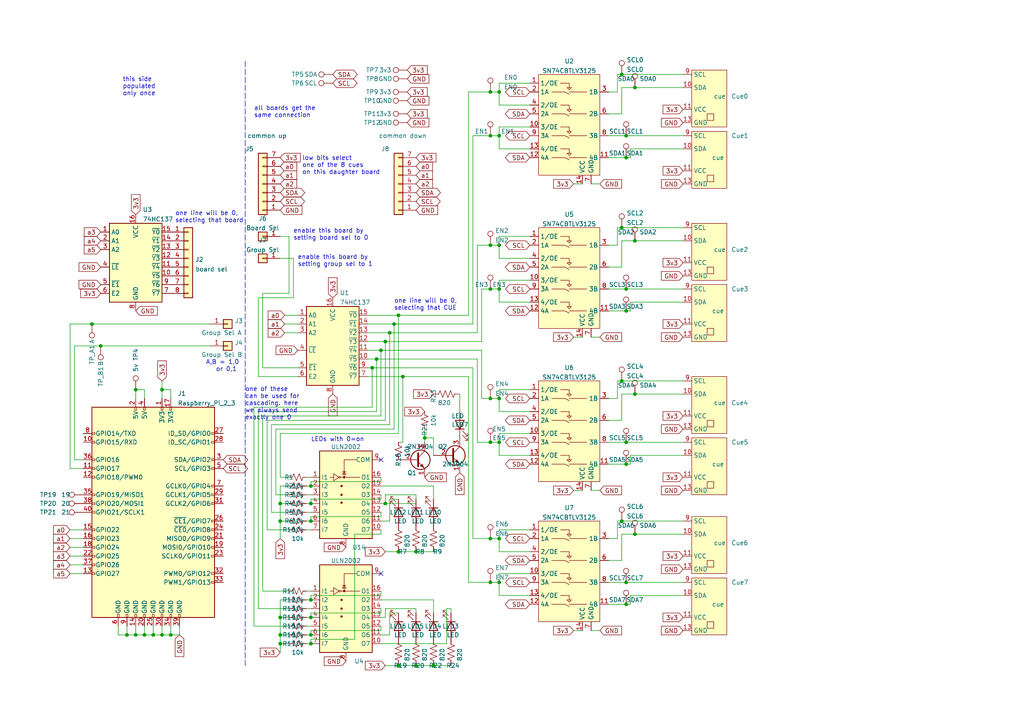
<source format=kicad_sch>
(kicad_sch (version 20211123) (generator eeschema)
  (paper "A4")
  (lib_symbols
    (symbol "74xx:74HC137"
      (property "Reference" "U" (at -7.62 13.97 0))
      (property "Value" "74HC137" (at 2.54 -11.43 0))
      (symbol "74HC137_1_1"
        (pin input line (at -10.16 10.16 0) (length 2.54) (name "A0") (number "1"))
        (pin output line (at 10.16 -2.54 180) (length 2.54) (name "~{Y5}") (number "10"))
        (pin output line (at 10.16 0 180) (length 2.54) (name "~{Y4}") (number "11"))
        (pin output line (at 10.16 2.54 180) (length 2.54) (name "~{Y3}") (number "12"))
        (pin output line (at 10.16 5.08 180) (length 2.54) (name "~{Y2}") (number "13"))
        (pin output line (at 10.16 7.62 180) (length 2.54) (name "~{Y1}") (number "14"))
        (pin output line (at 10.16 10.16 180) (length 2.54) (name "~{Y0}") (number "15"))
        (pin power_in line (at 0 15.24 270) (length 2.54) (name "VCC") (number "16"))
        (pin input line (at -10.16 7.62 0) (length 2.54) (name "A1") (number "2"))
        (pin input line (at -10.16 5.08 0) (length 2.54) (name "A2") (number "3"))
        (pin input line (at -10.16 0 0) (length 2.54) (name "~{LE}") (number "4"))
        (pin input line (at -10.16 -5.08 0) (length 2.54) (name "~{E1}") (number "5"))
        (pin input line (at -10.16 -7.62 0) (length 2.54) (name "E2") (number "6"))
        (pin output line (at 10.16 -7.62 180) (length 2.54) (name "~{Y7}") (number "7"))
        (pin power_in line (at 0 -12.7 90) (length 2.54) (name "GND") (number "8"))
        (pin output line (at 10.16 -5.08 180) (length 2.54) (name "~{Y6}") (number "9"))
      )
    )
    (symbol "Connector:Raspberry_Pi_2_3" (pin_names (offset 1.016))
      (property "Reference" "J" (at -17.78 31.75 0))
      (property "Value" "Raspberry_Pi_2_3" (at 10.16 -31.75 0))
      (symbol "Raspberry_Pi_2_3_1_1"
        (pin power_in line (at 2.54 33.02 270) (length 2.54) (name "3V3") (number "1"))
        (pin bidirectional line (at -20.32 20.32 0) (length 2.54) (name "GPIO15/RXD") (number "10"))
        (pin bidirectional line (at -20.32 12.7 0) (length 2.54) (name "GPIO17") (number "11"))
        (pin bidirectional line (at -20.32 10.16 0) (length 2.54) (name "GPIO18/PWM0") (number "12"))
        (pin bidirectional line (at -20.32 -17.78 0) (length 2.54) (name "GPIO27") (number "13"))
        (pin power_in line (at -5.08 -33.02 90) (length 2.54) (name "GND") (number "14"))
        (pin bidirectional line (at -20.32 -5.08 0) (length 2.54) (name "GPIO22") (number "15"))
        (pin bidirectional line (at -20.32 -7.62 0) (length 2.54) (name "GPIO23") (number "16"))
        (pin power_in line (at 5.08 33.02 270) (length 2.54) (name "3V3") (number "17"))
        (pin bidirectional line (at -20.32 -10.16 0) (length 2.54) (name "GPIO24") (number "18"))
        (pin bidirectional line (at 20.32 -10.16 180) (length 2.54) (name "MOSI0/GPIO10") (number "19"))
        (pin power_in line (at -5.08 33.02 270) (length 2.54) (name "5V") (number "2"))
        (pin power_in line (at -2.54 -33.02 90) (length 2.54) (name "GND") (number "20"))
        (pin bidirectional line (at 20.32 -7.62 180) (length 2.54) (name "MISO0/GPIO9") (number "21"))
        (pin bidirectional line (at -20.32 -12.7 0) (length 2.54) (name "GPIO25") (number "22"))
        (pin bidirectional line (at 20.32 -12.7 180) (length 2.54) (name "SCLK0/GPIO11") (number "23"))
        (pin bidirectional line (at 20.32 -5.08 180) (length 2.54) (name "~{CE0}/GPIO8") (number "24"))
        (pin power_in line (at 0 -33.02 90) (length 2.54) (name "GND") (number "25"))
        (pin bidirectional line (at 20.32 -2.54 180) (length 2.54) (name "~{CE1}/GPIO7") (number "26"))
        (pin bidirectional line (at 20.32 22.86 180) (length 2.54) (name "ID_SD/GPIO0") (number "27"))
        (pin bidirectional line (at 20.32 20.32 180) (length 2.54) (name "ID_SC/GPIO1") (number "28"))
        (pin bidirectional line (at 20.32 5.08 180) (length 2.54) (name "GCLK1/GPIO5") (number "29"))
        (pin bidirectional line (at 20.32 15.24 180) (length 2.54) (name "SDA/GPIO2") (number "3"))
        (pin power_in line (at 2.54 -33.02 90) (length 2.54) (name "GND") (number "30"))
        (pin bidirectional line (at 20.32 2.54 180) (length 2.54) (name "GCLK2/GPIO6") (number "31"))
        (pin bidirectional line (at 20.32 -17.78 180) (length 2.54) (name "PWM0/GPIO12") (number "32"))
        (pin bidirectional line (at 20.32 -20.32 180) (length 2.54) (name "PWM1/GPIO13") (number "33"))
        (pin power_in line (at 5.08 -33.02 90) (length 2.54) (name "GND") (number "34"))
        (pin bidirectional line (at -20.32 5.08 0) (length 2.54) (name "GPIO19/MISO1") (number "35"))
        (pin bidirectional line (at -20.32 15.24 0) (length 2.54) (name "GPIO16") (number "36"))
        (pin bidirectional line (at -20.32 -15.24 0) (length 2.54) (name "GPIO26") (number "37"))
        (pin bidirectional line (at -20.32 2.54 0) (length 2.54) (name "GPIO20/MOSI1") (number "38"))
        (pin power_in line (at 7.62 -33.02 90) (length 2.54) (name "GND") (number "39"))
        (pin power_in line (at -2.54 33.02 270) (length 2.54) (name "5V") (number "4"))
        (pin bidirectional line (at -20.32 0 0) (length 2.54) (name "GPIO21/SCLK1") (number "40"))
        (pin bidirectional line (at 20.32 12.7 180) (length 2.54) (name "SCL/GPIO3") (number "5"))
        (pin power_in line (at -10.16 -33.02 90) (length 2.54) (name "GND") (number "6"))
        (pin bidirectional line (at 20.32 7.62 180) (length 2.54) (name "GCLK0/GPIO4") (number "7"))
        (pin bidirectional line (at -20.32 22.86 0) (length 2.54) (name "GPIO14/TXD") (number "8"))
        (pin power_in line (at -7.62 -33.02 90) (length 2.54) (name "GND") (number "9"))
      )
    )
    (symbol "Connector:TestPoint" (pin_numbers hide) (pin_names (offset 0.762) hide)
      (property "Reference" "TP" (at 0 6.858 0))
      (property "Value" "TestPoint" (at 0 5.08 0))
      (symbol "TestPoint_1_1"
        (pin passive line (at 0 0 90) (length 2.54) (name "1") (number "1"))
      )
    )
    (symbol "Connector_Generic:Conn_01x01" (pin_names (offset 1.016) hide)
      (property "Reference" "J" (at 0 2.54 0))
      (property "Value" "Conn_01x01" (at 0 -2.54 0))
      (symbol "Conn_01x01_1_1"
        (pin passive line (at -5.08 0 0) (length 3.81) (name "Pin_1") (number "1"))
      )
    )
    (symbol "Connector_Generic:Conn_01x07" (pin_names (offset 1.016) hide)
      (property "Reference" "J" (at 0 10.16 0))
      (property "Value" "Conn_01x07" (at 0 -10.16 0))
      (symbol "Conn_01x07_1_1"
        (pin passive line (at -5.08 7.62 0) (length 3.81) (name "Pin_1") (number "1"))
        (pin passive line (at -5.08 5.08 0) (length 3.81) (name "Pin_2") (number "2"))
        (pin passive line (at -5.08 2.54 0) (length 3.81) (name "Pin_3") (number "3"))
        (pin passive line (at -5.08 0 0) (length 3.81) (name "Pin_4") (number "4"))
        (pin passive line (at -5.08 -2.54 0) (length 3.81) (name "Pin_5") (number "5"))
        (pin passive line (at -5.08 -5.08 0) (length 3.81) (name "Pin_6") (number "6"))
        (pin passive line (at -5.08 -7.62 0) (length 3.81) (name "Pin_7") (number "7"))
      )
    )
    (symbol "Connector_Generic:Conn_01x08" (pin_names (offset 1.016) hide)
      (property "Reference" "J" (at 0 10.16 0))
      (property "Value" "Conn_01x08" (at 0 -12.7 0))
      (symbol "Conn_01x08_1_1"
        (pin passive line (at -5.08 7.62 0) (length 3.81) (name "Pin_1") (number "1"))
        (pin passive line (at -5.08 5.08 0) (length 3.81) (name "Pin_2") (number "2"))
        (pin passive line (at -5.08 2.54 0) (length 3.81) (name "Pin_3") (number "3"))
        (pin passive line (at -5.08 0 0) (length 3.81) (name "Pin_4") (number "4"))
        (pin passive line (at -5.08 -2.54 0) (length 3.81) (name "Pin_5") (number "5"))
        (pin passive line (at -5.08 -5.08 0) (length 3.81) (name "Pin_6") (number "6"))
        (pin passive line (at -5.08 -7.62 0) (length 3.81) (name "Pin_7") (number "7"))
        (pin passive line (at -5.08 -10.16 0) (length 3.81) (name "Pin_8") (number "8"))
      )
    )
    (symbol "Device:LED" (pin_numbers hide) (pin_names (offset 1.016) hide)
      (property "Reference" "D" (at 0 2.54 0))
      (property "Value" "LED" (at 0 -2.54 0))
      (symbol "LED_1_1"
        (pin passive line (at -3.81 0 0) (length 2.54) (name "K") (number "1"))
        (pin passive line (at 3.81 0 180) (length 2.54) (name "A") (number "2"))
      )
    )
    (symbol "Device:R_Small_US" (pin_numbers hide) (pin_names (offset 0.254) hide)
      (property "Reference" "R" (at 0.762 0.508 0))
      (property "Value" "R_Small_US" (at 0.762 -1.016 0))
      (symbol "R_Small_US_1_1"
        (pin passive line (at 0 2.54 270) (length 1.016) (name "~") (number "1"))
        (pin passive line (at 0 -2.54 90) (length 1.016) (name "~") (number "2"))
      )
    )
    (symbol "Device:R_US" (pin_numbers hide) (pin_names (offset 0))
      (property "Reference" "R" (at 2.54 0 90))
      (property "Value" "R_US" (at -2.54 0 90))
      (symbol "R_US_1_1"
        (pin passive line (at 0 3.81 270) (length 1.27) (name "~") (number "1"))
        (pin passive line (at 0 -3.81 90) (length 1.27) (name "~") (number "2"))
      )
    )
    (symbol "Transistor_Array:ULN2002"
      (property "Reference" "U" (at 0 15.875 0))
      (property "Value" "ULN2002" (at 0 13.97 0))
      (symbol "ULN2002_1_1"
        (pin input line (at -10.16 5.08 0) (length 2.54) (name "I1") (number "1"))
        (pin open_collector line (at 10.16 -10.16 180) (length 2.54) (name "O7") (number "10"))
        (pin open_collector line (at 10.16 -7.62 180) (length 2.54) (name "O6") (number "11"))
        (pin open_collector line (at 10.16 -5.08 180) (length 2.54) (name "O5") (number "12"))
        (pin open_collector line (at 10.16 -2.54 180) (length 2.54) (name "O4") (number "13"))
        (pin open_collector line (at 10.16 0 180) (length 2.54) (name "O3") (number "14"))
        (pin open_collector line (at 10.16 2.54 180) (length 2.54) (name "O2") (number "15"))
        (pin open_collector line (at 10.16 5.08 180) (length 2.54) (name "O1") (number "16"))
        (pin input line (at -10.16 2.54 0) (length 2.54) (name "I2") (number "2"))
        (pin input line (at -10.16 0 0) (length 2.54) (name "I3") (number "3"))
        (pin input line (at -10.16 -2.54 0) (length 2.54) (name "I4") (number "4"))
        (pin input line (at -10.16 -5.08 0) (length 2.54) (name "I5") (number "5"))
        (pin input line (at -10.16 -7.62 0) (length 2.54) (name "I6") (number "6"))
        (pin input line (at -10.16 -10.16 0) (length 2.54) (name "I7") (number "7"))
        (pin power_in line (at 0 -15.24 90) (length 2.54) (name "GND") (number "8"))
        (pin passive line (at 10.16 10.16 180) (length 2.54) (name "COM") (number "9"))
      )
    )
    (symbol "Transistor_BJT:2N3904" (pin_names (offset 0) hide)
      (property "Reference" "Q" (at 5.08 1.905 0))
      (property "Value" "2N3904" (at 5.08 0 0))
      (symbol "2N3904_1_1"
        (pin passive line (at 2.54 -5.08 90) (length 2.54) (name "E") (number "1"))
        (pin passive line (at -5.08 0 0) (length 5.715) (name "B") (number "2"))
        (pin passive line (at 2.54 5.08 270) (length 2.54) (name "C") (number "3"))
      )
    )
    (symbol "mybrary:SN74CBTLV3125"
      (property "Reference" "U" (at -7.62 -21.59 0))
      (property "Value" "SN74CBTLV3125" (at 0 11.43 0))
      (symbol "SN74CBTLV3125_1_1"
        (pin input line (at -11.43 6.35 0) (length 2.54) (name "1/OE") (number "1"))
        (pin input line (at -11.43 -6.35 0) (length 2.54) (name "3/OE") (number "10"))
        (pin bidirectional line (at 11.43 -15.24 180) (length 2.54) (name "4B") (number "11"))
        (pin bidirectional line (at -11.43 -15.24 0) (length 2.54) (name "4A") (number "12"))
        (pin input line (at -11.43 -12.7 0) (length 2.54) (name "4/OE") (number "13"))
        (pin power_in line (at 3.81 -22.86 90) (length 2.54) (name "VCC") (number "14"))
        (pin bidirectional line (at -11.43 3.81 0) (length 2.54) (name "1A") (number "2"))
        (pin bidirectional line (at 11.43 3.81 180) (length 2.54) (name "1B") (number "3"))
        (pin input line (at -11.43 0 0) (length 2.54) (name "2/OE") (number "4"))
        (pin bidirectional line (at -11.43 -2.54 0) (length 2.54) (name "2A") (number "5"))
        (pin bidirectional line (at 11.43 -2.54 180) (length 2.54) (name "2B") (number "6"))
        (pin power_in line (at 6.35 -22.86 90) (length 2.54) (name "GND") (number "7"))
        (pin bidirectional line (at 11.43 -8.89 180) (length 2.54) (name "3B") (number "8"))
        (pin bidirectional line (at -11.43 -8.89 0) (length 2.54) (name "3A") (number "9"))
      )
    )
    (symbol "mybrary:cue"
      (property "Reference" "U" (at -2.54 -8.255 0))
      (property "Value" "cue" (at 0.635 11.43 0))
      (symbol "cue_1_1"
        (pin bidirectional line (at -6.35 5.08 0) (length 2.54) (name "SDA") (number "10"))
        (pin power_in line (at -6.35 -1.27 0) (length 2.54) (name "VCC") (number "11"))
        (pin power_in line (at -6.35 -5.08 0) (length 2.54) (name "GND") (number "13"))
        (pin bidirectional line (at -6.35 8.89 0) (length 2.54) (name "SCL") (number "9"))
      )
    )
  )
  (junction (at 111.76 146.05))
  (junction (at 144.78 156.21))
  (junction (at 107.95 106.68))
  (junction (at 116.84 109.22))
  (junction (at 181.61 128.27))
  (junction (at 115.57 160.02))
  (junction (at 142.24 71.12))
  (junction (at 120.65 193.04))
  (junction (at 142.24 168.91))
  (junction (at 142.24 156.21))
  (junction (at 114.3 93.98))
  (junction (at 181.61 134.62))
  (junction (at 180.34 21.59))
  (junction (at 49.53 184.15))
  (junction (at 46.99 113.03))
  (junction (at 41.91 184.15))
  (junction (at 144.78 128.27))
  (junction (at 120.65 160.02))
  (junction (at 142.24 26.67))
  (junction (at 29.21 100.33))
  (junction (at 26.67 93.98))
  (junction (at 144.78 83.82))
  (junction (at 81.28 186.69))
  (junction (at 90.17 151.13))
  (junction (at 184.15 69.85))
  (junction (at 115.57 91.44))
  (junction (at 180.34 66.04))
  (junction (at 115.57 193.04))
  (junction (at 142.24 128.27))
  (junction (at 181.61 39.37))
  (junction (at 181.61 90.17))
  (junction (at 144.78 168.91))
  (junction (at 144.78 26.67))
  (junction (at 90.17 146.05))
  (junction (at 181.61 175.26))
  (junction (at 110.49 101.6))
  (junction (at 46.99 184.15))
  (junction (at 142.24 39.37))
  (junction (at 81.28 151.13))
  (junction (at 90.17 184.15))
  (junction (at 142.24 115.57))
  (junction (at 142.24 83.82))
  (junction (at 113.03 96.52))
  (junction (at 123.19 127))
  (junction (at 181.61 45.72))
  (junction (at 81.28 179.07))
  (junction (at 90.17 140.97))
  (junction (at 39.37 184.15))
  (junction (at 184.15 25.4))
  (junction (at 90.17 186.69))
  (junction (at 180.34 151.13))
  (junction (at 181.61 168.91))
  (junction (at 181.61 83.82))
  (junction (at 144.78 71.12))
  (junction (at 36.83 184.15))
  (junction (at 44.45 184.15))
  (junction (at 180.34 110.49))
  (junction (at 81.28 184.15))
  (junction (at 184.15 154.94))
  (junction (at 184.15 114.3))
  (junction (at 111.76 99.06))
  (junction (at 39.37 113.03))
  (junction (at 109.22 104.14))
  (junction (at 125.73 193.04))
  (junction (at 144.78 39.37))
  (junction (at 90.17 179.07))
  (junction (at 144.78 115.57))
  (junction (at 90.17 173.99))
  (junction (at 81.28 146.05))
  (no_connect (at 110.49 133.35))
  (no_connect (at 110.49 166.37))
  (wire (pts (xy 83.82 140.97) (xy 81.28 140.97)))
  (wire (pts (xy 137.16 106.68) (xy 137.16 156.21)))
  (wire (pts (xy 80.01 124.46) (xy 114.3 124.46)))
  (wire (pts (xy 76.2 106.68) (xy 76.2 85.09)))
  (wire (pts (xy 176.53 115.57) (xy 179.07 115.57)))
  (wire (pts (xy 181.61 134.62) (xy 182.88 134.62)))
  (wire (pts (xy 123.19 124.46) (xy 123.19 127)))
  (wire (pts (xy 88.9 184.15) (xy 90.17 184.15)))
  (wire (pts (xy 74.93 119.38) (xy 109.22 119.38)))
  (wire (pts (xy 176.53 134.62) (xy 181.61 134.62)))
  (wire (pts (xy 88.9 179.07) (xy 90.17 179.07)))
  (wire (pts (xy 137.16 156.21) (xy 142.24 156.21)))
  (wire (pts (xy 110.49 140.97) (xy 125.73 140.97)))
  (wire (pts (xy 125.73 173.99) (xy 125.73 177.8)))
  (wire (pts (xy 110.49 172.72) (xy 90.17 172.72)))
  (wire (pts (xy 144.78 119.38) (xy 153.67 119.38)))
  (wire (pts (xy 142.24 26.67) (xy 144.78 26.67)))
  (wire (pts (xy 115.57 91.44) (xy 135.89 91.44)))
  (wire (pts (xy 138.43 96.52) (xy 138.43 71.12)))
  (wire (pts (xy 180.34 151.13) (xy 198.12 151.13)))
  (wire (pts (xy 184.15 154.94) (xy 180.34 154.94)))
  (wire (pts (xy 85.09 74.93) (xy 85.09 86.36)))
  (wire (pts (xy 21.59 133.35) (xy 24.13 133.35)))
  (wire (pts (xy 182.88 43.18) (xy 182.88 45.72)))
  (wire (pts (xy 20.32 153.67) (xy 24.13 153.67)))
  (wire (pts (xy 115.57 160.02) (xy 120.65 160.02)))
  (wire (pts (xy 144.78 125.73) (xy 144.78 128.27)))
  (wire (pts (xy 73.66 181.61) (xy 83.82 181.61)))
  (wire (pts (xy 20.32 93.98) (xy 20.32 135.89)))
  (wire (pts (xy 46.99 113.03) (xy 46.99 115.57)))
  (wire (pts (xy 81.28 186.69) (xy 81.28 189.23)))
  (wire (pts (xy 111.76 176.53) (xy 120.65 176.53)))
  (wire (pts (xy 176.53 90.17) (xy 181.61 90.17)))
  (wire (pts (xy 176.53 71.12) (xy 179.07 71.12)))
  (wire (pts (xy 176.53 121.92) (xy 180.34 121.92)))
  (wire (pts (xy 153.67 36.83) (xy 144.78 36.83)))
  (wire (pts (xy 180.34 66.04) (xy 179.07 66.04)))
  (wire (pts (xy 41.91 181.61) (xy 41.91 184.15)))
  (wire (pts (xy 46.99 110.49) (xy 46.99 113.03)))
  (wire (pts (xy 114.3 93.98) (xy 137.16 93.98)))
  (wire (pts (xy 107.95 106.68) (xy 137.16 106.68)))
  (wire (pts (xy 182.88 132.08) (xy 182.88 134.62)))
  (wire (pts (xy 144.78 113.03) (xy 144.78 115.57)))
  (wire (pts (xy 139.7 101.6) (xy 139.7 115.57)))
  (wire (pts (xy 137.16 39.37) (xy 142.24 39.37)))
  (wire (pts (xy 135.89 168.91) (xy 142.24 168.91)))
  (wire (pts (xy 110.49 173.99) (xy 125.73 173.99)))
  (wire (pts (xy 83.82 138.43) (xy 81.28 138.43)))
  (wire (pts (xy 179.07 110.49) (xy 179.07 115.57)))
  (wire (pts (xy 111.76 160.02) (xy 115.57 160.02)))
  (wire (pts (xy 83.82 148.59) (xy 78.74 148.59)))
  (wire (pts (xy 20.32 135.89) (xy 24.13 135.89)))
  (wire (pts (xy 49.53 115.57) (xy 49.53 113.03)))
  (wire (pts (xy 129.54 186.69) (xy 129.54 176.53)))
  (wire (pts (xy 46.99 184.15) (xy 44.45 184.15)))
  (wire (pts (xy 184.15 25.4) (xy 180.34 25.4)))
  (wire (pts (xy 60.96 93.98) (xy 26.67 93.98)))
  (wire (pts (xy 198.12 114.3) (xy 184.15 114.3)))
  (wire (pts (xy 76.2 120.65) (xy 110.49 120.65)))
  (wire (pts (xy 144.78 156.21) (xy 144.78 160.02)))
  (wire (pts (xy 198.12 172.72) (xy 182.88 172.72)))
  (wire (pts (xy 88.9 171.45) (xy 90.17 171.45)))
  (wire (pts (xy 180.34 154.94) (xy 180.34 162.56)))
  (wire (pts (xy 144.78 153.67) (xy 144.78 156.21)))
  (wire (pts (xy 113.03 144.78) (xy 113.03 151.13)))
  (wire (pts (xy 184.15 114.3) (xy 180.34 114.3)))
  (wire (pts (xy 106.68 99.06) (xy 111.76 99.06)))
  (wire (pts (xy 80.01 124.46) (xy 80.01 143.51)))
  (wire (pts (xy 137.16 93.98) (xy 137.16 39.37)))
  (wire (pts (xy 179.07 66.04) (xy 179.07 71.12)))
  (wire (pts (xy 144.78 71.12) (xy 144.78 74.93)))
  (wire (pts (xy 153.67 68.58) (xy 144.78 68.58)))
  (wire (pts (xy 90.17 177.8) (xy 90.17 179.07)))
  (wire (pts (xy 107.95 118.11) (xy 107.95 106.68)))
  (wire (pts (xy 111.76 121.92) (xy 111.76 99.06)))
  (wire (pts (xy 88.9 153.67) (xy 90.17 153.67)))
  (wire (pts (xy 78.74 123.19) (xy 113.03 123.19)))
  (wire (pts (xy 181.61 128.27) (xy 198.12 128.27)))
  (wire (pts (xy 26.67 93.98) (xy 20.32 93.98)))
  (wire (pts (xy 83.82 173.99) (xy 81.28 173.99)))
  (wire (pts (xy 88.9 186.69) (xy 90.17 186.69)))
  (wire (pts (xy 110.49 139.7) (xy 90.17 139.7)))
  (wire (pts (xy 111.76 146.05) (xy 120.65 146.05)))
  (wire (pts (xy 138.43 128.27) (xy 142.24 128.27)))
  (wire (pts (xy 110.49 149.86) (xy 90.17 149.86)))
  (wire (pts (xy 113.03 177.8) (xy 113.03 184.15)))
  (wire (pts (xy 81.28 186.69) (xy 83.82 186.69)))
  (wire (pts (xy 82.55 91.44) (xy 86.36 91.44)))
  (wire (pts (xy 198.12 25.4) (xy 184.15 25.4)))
  (wire (pts (xy 49.53 181.61) (xy 49.53 184.15)))
  (wire (pts (xy 181.61 83.82) (xy 198.12 83.82)))
  (wire (pts (xy 176.53 128.27) (xy 181.61 128.27)))
  (wire (pts (xy 111.76 146.05) (xy 111.76 143.51)))
  (wire (pts (xy 125.73 140.97) (xy 125.73 144.78)))
  (wire (pts (xy 81.28 151.13) (xy 83.82 151.13)))
  (wire (pts (xy 52.07 184.15) (xy 49.53 184.15)))
  (wire (pts (xy 83.82 68.58) (xy 81.28 68.58)))
  (wire (pts (xy 116.84 128.27) (xy 115.57 128.27)))
  (wire (pts (xy 142.24 115.57) (xy 144.78 115.57)))
  (wire (pts (xy 90.17 144.78) (xy 90.17 146.05)))
  (wire (pts (xy 77.47 121.92) (xy 77.47 153.67)))
  (wire (pts (xy 142.24 39.37) (xy 144.78 39.37)))
  (wire (pts (xy 39.37 113.03) (xy 39.37 115.57)))
  (wire (pts (xy 109.22 119.38) (xy 109.22 104.14)))
  (wire (pts (xy 120.65 143.51) (xy 120.65 144.78)))
  (wire (pts (xy 76.2 106.68) (xy 86.36 106.68)))
  (wire (pts (xy 81.28 179.07) (xy 83.82 179.07)))
  (wire (pts (xy 110.49 138.43) (xy 110.49 139.7)))
  (wire (pts (xy 144.78 83.82) (xy 144.78 87.63)))
  (wire (pts (xy 142.24 128.27) (xy 144.78 128.27)))
  (wire (pts (xy 41.91 115.57) (xy 41.91 113.03)))
  (wire (pts (xy 181.61 39.37) (xy 198.12 39.37)))
  (wire (pts (xy 88.9 181.61) (xy 90.17 181.61)))
  (wire (pts (xy 144.78 26.67) (xy 144.78 30.48)))
  (wire (pts (xy 173.99 182.88) (xy 171.45 182.88)))
  (wire (pts (xy 166.37 53.34) (xy 168.91 53.34)))
  (wire (pts (xy 182.88 87.63) (xy 182.88 90.17)))
  (wire (pts (xy 144.78 132.08) (xy 153.67 132.08)))
  (wire (pts (xy 74.93 86.36) (xy 74.93 109.22)))
  (wire (pts (xy 110.49 153.67) (xy 110.49 154.94)))
  (wire (pts (xy 82.55 96.52) (xy 86.36 96.52)))
  (wire (pts (xy 110.49 177.8) (xy 90.17 177.8)))
  (wire (pts (xy 88.9 176.53) (xy 90.17 176.53)))
  (wire (pts (xy 113.03 184.15) (xy 110.49 184.15)))
  (wire (pts (xy 46.99 181.61) (xy 46.99 184.15)))
  (wire (pts (xy 176.53 168.91) (xy 181.61 168.91)))
  (wire (pts (xy 144.78 160.02) (xy 153.67 160.02)))
  (wire (pts (xy 52.07 181.61) (xy 52.07 184.15)))
  (wire (pts (xy 60.96 100.33) (xy 29.21 100.33)))
  (wire (pts (xy 138.43 71.12) (xy 142.24 71.12)))
  (wire (pts (xy 49.53 184.15) (xy 46.99 184.15)))
  (wire (pts (xy 123.19 127) (xy 123.19 128.27)))
  (wire (pts (xy 83.82 68.58) (xy 83.82 85.09)))
  (wire (pts (xy 34.29 181.61) (xy 34.29 184.15)))
  (wire (pts (xy 173.99 53.34) (xy 171.45 53.34)))
  (wire (pts (xy 115.57 193.04) (xy 120.65 193.04)))
  (wire (pts (xy 81.28 184.15) (xy 83.82 184.15)))
  (wire (pts (xy 176.53 175.26) (xy 181.61 175.26)))
  (wire (pts (xy 113.03 96.52) (xy 113.03 123.19)))
  (wire (pts (xy 179.07 21.59) (xy 179.07 26.67)))
  (wire (pts (xy 125.73 127) (xy 123.19 127)))
  (wire (pts (xy 81.28 146.05) (xy 81.28 151.13)))
  (wire (pts (xy 176.53 156.21) (xy 179.07 156.21)))
  (wire (pts (xy 102.87 185.42) (xy 90.17 185.42)))
  (wire (pts (xy 144.78 87.63) (xy 153.67 87.63)))
  (wire (pts (xy 120.65 160.02) (xy 125.73 160.02)))
  (wire (pts (xy 73.66 118.11) (xy 107.95 118.11)))
  (wire (pts (xy 110.49 181.61) (xy 110.49 182.88)))
  (wire (pts (xy 114.3 93.98) (xy 114.3 124.46)))
  (wire (pts (xy 144.78 39.37) (xy 144.78 43.18)))
  (wire (pts (xy 129.54 176.53) (xy 130.81 176.53)))
  (wire (pts (xy 110.49 120.65) (xy 110.49 101.6)))
  (wire (pts (xy 179.07 151.13) (xy 179.07 156.21)))
  (wire (pts (xy 88.9 151.13) (xy 90.17 151.13)))
  (wire (pts (xy 144.78 172.72) (xy 153.67 172.72)))
  (wire (pts (xy 180.34 21.59) (xy 179.07 21.59)))
  (wire (pts (xy 41.91 184.15) (xy 39.37 184.15)))
  (polyline (pts (xy 71.12 17.78) (xy 71.12 193.04)))
  (wire (pts (xy 153.67 81.28) (xy 144.78 81.28)))
  (wire (pts (xy 110.49 148.59) (xy 110.49 149.86)))
  (wire (pts (xy 180.34 66.04) (xy 198.12 66.04)))
  (wire (pts (xy 153.67 125.73) (xy 144.78 125.73)))
  (wire (pts (xy 88.9 138.43) (xy 90.17 138.43)))
  (wire (pts (xy 180.34 25.4) (xy 180.34 33.02)))
  (wire (pts (xy 130.81 176.53) (xy 130.81 177.8)))
  (wire (pts (xy 111.76 193.04) (xy 115.57 193.04)))
  (wire (pts (xy 125.73 193.04) (xy 130.81 193.04)))
  (wire (pts (xy 176.53 33.02) (xy 180.34 33.02)))
  (wire (pts (xy 138.43 104.14) (xy 138.43 128.27)))
  (wire (pts (xy 81.28 125.73) (xy 81.28 138.43)))
  (wire (pts (xy 144.78 81.28) (xy 144.78 83.82)))
  (wire (pts (xy 153.67 24.13) (xy 144.78 24.13)))
  (wire (pts (xy 82.55 93.98) (xy 86.36 93.98)))
  (wire (pts (xy 198.12 87.63) (xy 182.88 87.63)))
  (wire (pts (xy 180.34 110.49) (xy 198.12 110.49)))
  (wire (pts (xy 90.17 149.86) (xy 90.17 151.13)))
  (wire (pts (xy 88.9 146.05) (xy 90.17 146.05)))
  (wire (pts (xy 113.03 151.13) (xy 110.49 151.13)))
  (wire (pts (xy 198.12 132.08) (xy 182.88 132.08)))
  (wire (pts (xy 116.84 109.22) (xy 116.84 128.27)))
  (wire (pts (xy 21.59 100.33) (xy 21.59 133.35)))
  (wire (pts (xy 180.34 69.85) (xy 180.34 77.47)))
  (wire (pts (xy 142.24 71.12) (xy 144.78 71.12)))
  (wire (pts (xy 44.45 181.61) (xy 44.45 184.15)))
  (wire (pts (xy 78.74 123.19) (xy 78.74 148.59)))
  (wire (pts (xy 90.17 172.72) (xy 90.17 173.99)))
  (wire (pts (xy 110.49 171.45) (xy 110.49 172.72)))
  (wire (pts (xy 142.24 168.91) (xy 144.78 168.91)))
  (wire (pts (xy 139.7 83.82) (xy 142.24 83.82)))
  (wire (pts (xy 110.49 176.53) (xy 110.49 177.8)))
  (wire (pts (xy 81.28 74.93) (xy 85.09 74.93)))
  (wire (pts (xy 184.15 69.85) (xy 180.34 69.85)))
  (wire (pts (xy 180.34 21.59) (xy 198.12 21.59)))
  (wire (pts (xy 182.88 172.72) (xy 182.88 175.26)))
  (wire (pts (xy 83.82 153.67) (xy 77.47 153.67)))
  (wire (pts (xy 181.61 168.91) (xy 198.12 168.91)))
  (wire (pts (xy 74.93 176.53) (xy 74.93 119.38)))
  (wire (pts (xy 153.67 166.37) (xy 144.78 166.37)))
  (wire (pts (xy 144.78 115.57) (xy 144.78 119.38)))
  (wire (pts (xy 166.37 97.79) (xy 168.91 97.79)))
  (wire (pts (xy 135.89 91.44) (xy 135.89 26.67)))
  (wire (pts (xy 176.53 45.72) (xy 181.61 45.72)))
  (wire (pts (xy 76.2 171.45) (xy 83.82 171.45)))
  (wire (pts (xy 181.61 90.17) (xy 182.88 90.17)))
  (wire (pts (xy 20.32 156.21) (xy 24.13 156.21)))
  (wire (pts (xy 73.66 181.61) (xy 73.66 118.11)))
  (wire (pts (xy 113.03 96.52) (xy 138.43 96.52)))
  (wire (pts (xy 20.32 163.83) (xy 24.13 163.83)))
  (wire (pts (xy 74.93 109.22) (xy 86.36 109.22)))
  (wire (pts (xy 176.53 162.56) (xy 180.34 162.56)))
  (wire (pts (xy 83.82 143.51) (xy 80.01 143.51)))
  (wire (pts (xy 88.9 143.51) (xy 90.17 143.51)))
  (wire (pts (xy 144.78 30.48) (xy 153.67 30.48)))
  (wire (pts (xy 110.49 143.51) (xy 110.49 144.78)))
  (wire (pts (xy 39.37 184.15) (xy 36.83 184.15)))
  (wire (pts (xy 81.28 140.97) (xy 81.28 146.05)))
  (wire (pts (xy 106.68 106.68) (xy 107.95 106.68)))
  (wire (pts (xy 120.65 176.53) (xy 120.65 177.8)))
  (wire (pts (xy 144.78 68.58) (xy 144.78 71.12)))
  (wire (pts (xy 110.49 179.07) (xy 111.76 179.07)))
  (wire (pts (xy 44.45 184.15) (xy 41.91 184.15)))
  (wire (pts (xy 176.53 39.37) (xy 181.61 39.37)))
  (wire (pts (xy 110.49 186.69) (xy 129.54 186.69)))
  (wire (pts (xy 144.78 43.18) (xy 153.67 43.18)))
  (wire (pts (xy 153.67 113.03) (xy 144.78 113.03)))
  (wire (pts (xy 144.78 24.13) (xy 144.78 26.67)))
  (wire (pts (xy 115.57 91.44) (xy 115.57 125.73)))
  (wire (pts (xy 106.68 93.98) (xy 114.3 93.98)))
  (wire (pts (xy 20.32 158.75) (xy 24.13 158.75)))
  (wire (pts (xy 116.84 109.22) (xy 135.89 109.22)))
  (wire (pts (xy 115.57 144.78) (xy 113.03 144.78)))
  (wire (pts (xy 36.83 184.15) (xy 34.29 184.15)))
  (wire (pts (xy 106.68 109.22) (xy 116.84 109.22)))
  (wire (pts (xy 81.28 151.13) (xy 81.28 156.21)))
  (wire (pts (xy 110.49 101.6) (xy 139.7 101.6)))
  (wire (pts (xy 198.12 43.18) (xy 182.88 43.18)))
  (wire (pts (xy 106.68 101.6) (xy 110.49 101.6)))
  (wire (pts (xy 88.9 148.59) (xy 90.17 148.59)))
  (wire (pts (xy 144.78 74.93) (xy 153.67 74.93)))
  (wire (pts (xy 90.17 185.42) (xy 90.17 186.69)))
  (wire (pts (xy 110.49 144.78) (xy 90.17 144.78)))
  (wire (pts (xy 88.9 173.99) (xy 90.17 173.99)))
  (wire (pts (xy 166.37 182.88) (xy 168.91 182.88)))
  (wire (pts (xy 88.9 140.97) (xy 90.17 140.97)))
  (wire (pts (xy 144.78 36.83) (xy 144.78 39.37)))
  (wire (pts (xy 20.32 166.37) (xy 24.13 166.37)))
  (wire (pts (xy 106.68 96.52) (xy 113.03 96.52)))
  (wire (pts (xy 198.12 69.85) (xy 184.15 69.85)))
  (wire (pts (xy 144.78 168.91) (xy 144.78 172.72)))
  (wire (pts (xy 110.49 154.94) (xy 102.87 154.94)))
  (wire (pts (xy 81.28 146.05) (xy 83.82 146.05)))
  (wire (pts (xy 180.34 110.49) (xy 179.07 110.49)))
  (wire (pts (xy 74.93 176.53) (xy 83.82 176.53)))
  (wire (pts (xy 181.61 45.72) (xy 182.88 45.72)))
  (wire (pts (xy 180.34 114.3) (xy 180.34 121.92)))
  (wire (pts (xy 115.57 177.8) (xy 113.03 177.8)))
  (wire (pts (xy 176.53 26.67) (xy 179.07 26.67)))
  (wire (pts (xy 139.7 99.06) (xy 139.7 83.82)))
  (wire (pts (xy 81.28 125.73) (xy 115.57 125.73)))
  (wire (pts (xy 102.87 154.94) (xy 102.87 185.42)))
  (wire (pts (xy 111.76 179.07) (xy 111.76 176.53)))
  (wire (pts (xy 111.76 143.51) (xy 120.65 143.51)))
  (wire (pts (xy 153.67 153.67) (xy 144.78 153.67)))
  (wire (pts (xy 180.34 151.13) (xy 179.07 151.13)))
  (wire (pts (xy 198.12 154.94) (xy 184.15 154.94)))
  (wire (pts (xy 125.73 132.08) (xy 125.73 127)))
  (wire (pts (xy 85.09 86.36) (xy 74.93 86.36)))
  (wire (pts (xy 76.2 171.45) (xy 76.2 120.65)))
  (wire (pts (xy 144.78 166.37) (xy 144.78 168.91)))
  (wire (pts (xy 46.99 113.03) (xy 49.53 113.03)))
  (wire (pts (xy 81.28 173.99) (xy 81.28 179.07)))
  (wire (pts (xy 142.24 156.21) (xy 144.78 156.21)))
  (wire (pts (xy 76.2 85.09) (xy 83.82 85.09)))
  (wire (pts (xy 173.99 142.24) (xy 171.45 142.24)))
  (wire (pts (xy 41.91 113.03) (xy 39.37 113.03)))
  (wire (pts (xy 166.37 142.24) (xy 168.91 142.24)))
  (wire (pts (xy 173.99 97.79) (xy 171.45 97.79)))
  (wire (pts (xy 106.68 91.44) (xy 115.57 91.44)))
  (wire (pts (xy 139.7 115.57) (xy 142.24 115.57)))
  (wire (pts (xy 90.17 182.88) (xy 90.17 184.15)))
  (wire (pts (xy 109.22 104.14) (xy 138.43 104.14)))
  (wire (pts (xy 176.53 77.47) (xy 180.34 77.47)))
  (wire (pts (xy 133.35 119.38) (xy 133.35 114.3)))
  (wire (pts (xy 181.61 175.26) (xy 182.88 175.26)))
  (wire (pts (xy 81.28 179.07) (xy 81.28 184.15)))
  (wire (pts (xy 142.24 83.82) (xy 144.78 83.82)))
  (wire (pts (xy 81.28 184.15) (xy 81.28 186.69)))
  (wire (pts (xy 144.78 128.27) (xy 144.78 132.08)))
  (wire (pts (xy 90.17 139.7) (xy 90.17 140.97)))
  (wire (pts (xy 176.53 83.82) (xy 181.61 83.82)))
  (wire (pts (xy 135.89 109.22) (xy 135.89 168.91)))
  (wire (pts (xy 29.21 100.33) (xy 21.59 100.33)))
  (wire (pts (xy 77.47 121.92) (xy 111.76 121.92)))
  (wire (pts (xy 110.49 182.88) (xy 90.17 182.88)))
  (wire (pts (xy 106.68 104.14) (xy 109.22 104.14)))
  (wire (pts (xy 110.49 146.05) (xy 111.76 146.05)))
  (wire (pts (xy 135.89 26.67) (xy 142.24 26.67)))
  (wire (pts (xy 39.37 181.61) (xy 39.37 184.15)))
  (wire (pts (xy 20.32 161.29) (xy 24.13 161.29)))
  (wire (pts (xy 120.65 193.04) (xy 125.73 193.04)))
  (wire (pts (xy 111.76 99.06) (xy 139.7 99.06)))
  (wire (pts (xy 36.83 181.61) (xy 36.83 184.15)))
  (text "all boards get the\nsame connection" (at 73.66 34.29 0) (effects (font (size 1.27 1.27)) (justify left bottom)))
  (text "this side\npopulated\nonly once" (at 35.56 27.94 0) (effects (font (size 1.27 1.27)) (justify left bottom)))
  (text "one line will be 0,\nselecting that board" (at 50.8 64.77 0) (effects (font (size 1.27 1.27)) (justify left bottom)))
  (text "A,B = 1,0\n   or 0,1" (at 59.69 107.95 0) (effects (font (size 1.27 1.27)) (justify left bottom)))
  (text "one line will be 0,\nselecting that CUE" (at 114.3 90.17 0) (effects (font (size 1.27 1.27)) (justify left bottom)))
  (text "low bits select\none of the 8 cues\non this daughter board" (at 87.63 50.8 0) (effects (font (size 1.27 1.27)) (justify left bottom)))
  (text "one of these\ncan be used for\ncascading. here\nwe always send\nexactly one 0" (at 71.12 121.92 0) (effects (font (size 1.27 1.27)) (justify left bottom)))
  (text "LEDs with 0=on" (at 90.17 128.27 0) (effects (font (size 1.27 1.27)) (justify left bottom)))
  (text "enable this board by\nsetting group sel to 1" (at 86.36 77.47 0) (effects (font (size 1.27 1.27)) (justify left bottom)))
  (text "enable this board by\nsetting board sel to 0\n" (at 85.09 69.85 0) (effects (font (size 1.27 1.27)) (justify left bottom)))
  (global_label "3v3" (shape input) (at 198.12 120.65 180) (property "Intersheet References" "${INTERSHEET_REFS}" (effects hide)))
  (global_label "3v3" (shape input) (at 118.11 33.02 0) (property "Intersheet References" "${INTERSHEET_REFS}" (effects hide)))
  (global_label "a1" (shape input) (at 120.65 50.8 0) (property "Intersheet References" "${INTERSHEET_REFS}" (effects hide)))
  (global_label "3v3" (shape input) (at 166.37 182.88 180) (property "Intersheet References" "${INTERSHEET_REFS}" (effects hide)))
  (global_label "GND" (shape input) (at 198.12 97.79 180) (property "Intersheet References" "${INTERSHEET_REFS}" (effects hide)))
  (global_label "GND" (shape input) (at 52.07 184.15 270) (property "Intersheet References" "${INTERSHEET_REFS}" (effects hide)))
  (global_label "a1" (shape input) (at 81.28 50.8 0) (property "Intersheet References" "${INTERSHEET_REFS}" (effects hide)))
  (global_label "GND" (shape input) (at 118.11 35.56 0) (property "Intersheet References" "${INTERSHEET_REFS}" (effects hide)))
  (global_label "SCL" (shape bidirectional) (at 153.67 168.91 180) (property "Intersheet References" "${INTERSHEET_REFS}" (effects hide)))
  (global_label "a2" (shape input) (at 20.32 158.75 180) (property "Intersheet References" "${INTERSHEET_REFS}" (effects hide)))
  (global_label "GND" (shape input) (at 173.99 142.24 0) (property "Intersheet References" "${INTERSHEET_REFS}" (effects hide)))
  (global_label "3v3" (shape input) (at 198.12 179.07 180) (property "Intersheet References" "${INTERSHEET_REFS}" (effects hide)))
  (global_label "SCL" (shape bidirectional) (at 153.67 71.12 180) (property "Intersheet References" "${INTERSHEET_REFS}" (effects hide)))
  (global_label "SDA" (shape bidirectional) (at 153.67 33.02 180) (property "Intersheet References" "${INTERSHEET_REFS}" (effects hide)))
  (global_label "3v3" (shape input) (at 96.52 86.36 90) (property "Intersheet References" "${INTERSHEET_REFS}" (effects hide)))
  (global_label "a0" (shape input) (at 82.55 91.44 180) (property "Intersheet References" "${INTERSHEET_REFS}" (effects hide)))
  (global_label "SCL" (shape bidirectional) (at 153.67 26.67 180) (property "Intersheet References" "${INTERSHEET_REFS}" (effects hide)))
  (global_label "GND" (shape input) (at 198.12 80.01 180) (property "Intersheet References" "${INTERSHEET_REFS}" (effects hide)))
  (global_label "GND" (shape input) (at 173.99 182.88 0) (property "Intersheet References" "${INTERSHEET_REFS}" (effects hide)))
  (global_label "GND" (shape input) (at 100.33 191.77 180) (property "Intersheet References" "${INTERSHEET_REFS}" (effects hide)))
  (global_label "3v3" (shape input) (at 125.73 114.3 180) (property "Intersheet References" "${INTERSHEET_REFS}" (effects hide)))
  (global_label "GND" (shape input) (at 198.12 165.1 180) (property "Intersheet References" "${INTERSHEET_REFS}" (effects hide)))
  (global_label "3v3" (shape input) (at 111.76 160.02 180) (property "Intersheet References" "${INTERSHEET_REFS}" (effects hide)))
  (global_label "3v3" (shape input) (at 198.12 161.29 180) (property "Intersheet References" "${INTERSHEET_REFS}" (effects hide)))
  (global_label "GND" (shape input) (at 198.12 53.34 180) (property "Intersheet References" "${INTERSHEET_REFS}" (effects hide)))
  (global_label "SCL" (shape bidirectional) (at 153.67 115.57 180) (property "Intersheet References" "${INTERSHEET_REFS}" (effects hide)))
  (global_label "3v3" (shape input) (at 123.19 119.38 180) (property "Intersheet References" "${INTERSHEET_REFS}" (effects hide)))
  (global_label "GND" (shape input) (at 198.12 124.46 180) (property "Intersheet References" "${INTERSHEET_REFS}" (effects hide)))
  (global_label "3v3" (shape input) (at 81.28 45.72 0) (property "Intersheet References" "${INTERSHEET_REFS}" (effects hide)))
  (global_label "3v3" (shape input) (at 118.11 26.67 0) (property "Intersheet References" "${INTERSHEET_REFS}" (effects hide)))
  (global_label "GND" (shape input) (at 81.28 60.96 0) (property "Intersheet References" "${INTERSHEET_REFS}" (effects hide)))
  (global_label "3v3" (shape input) (at 198.12 49.53 180) (property "Intersheet References" "${INTERSHEET_REFS}" (effects hide)))
  (global_label "SDA" (shape bidirectional) (at 153.67 162.56 180) (property "Intersheet References" "${INTERSHEET_REFS}" (effects hide)))
  (global_label "3v3" (shape input) (at 166.37 142.24 180) (property "Intersheet References" "${INTERSHEET_REFS}" (effects hide)))
  (global_label "a3" (shape input) (at 29.21 67.31 180) (property "Intersheet References" "${INTERSHEET_REFS}" (effects hide)))
  (global_label "a4" (shape input) (at 20.32 163.83 180) (property "Intersheet References" "${INTERSHEET_REFS}" (effects hide)))
  (global_label "a0" (shape input) (at 20.32 153.67 180) (property "Intersheet References" "${INTERSHEET_REFS}" (effects hide)))
  (global_label "a0" (shape input) (at 81.28 48.26 0) (property "Intersheet References" "${INTERSHEET_REFS}" (effects hide)))
  (global_label "3v3" (shape input) (at 198.12 93.98 180) (property "Intersheet References" "${INTERSHEET_REFS}" (effects hide)))
  (global_label "GND" (shape input) (at 123.19 138.43 0) (property "Intersheet References" "${INTERSHEET_REFS}" (effects hide)))
  (global_label "SCL" (shape bidirectional) (at 153.67 39.37 180) (property "Intersheet References" "${INTERSHEET_REFS}" (effects hide)))
  (global_label "a2" (shape input) (at 82.55 96.52 180) (property "Intersheet References" "${INTERSHEET_REFS}" (effects hide)))
  (global_label "SCL" (shape bidirectional) (at 153.67 83.82 180) (property "Intersheet References" "${INTERSHEET_REFS}" (effects hide)))
  (global_label "SDA" (shape bidirectional) (at 64.77 133.35 0) (property "Intersheet References" "${INTERSHEET_REFS}" (effects hide)))
  (global_label "GND" (shape input) (at 120.65 60.96 0) (property "Intersheet References" "${INTERSHEET_REFS}" (effects hide)))
  (global_label "SCL" (shape bidirectional) (at 81.28 58.42 0) (property "Intersheet References" "${INTERSHEET_REFS}" (effects hide)))
  (global_label "3v3" (shape input) (at 81.28 189.23 180) (property "Intersheet References" "${INTERSHEET_REFS}" (effects hide)))
  (global_label "GND" (shape input) (at 198.12 142.24 180) (property "Intersheet References" "${INTERSHEET_REFS}" (effects hide)))
  (global_label "GND" (shape input) (at 198.12 35.56 180) (property "Intersheet References" "${INTERSHEET_REFS}" (effects hide)))
  (global_label "3v3" (shape input) (at 29.21 85.09 180) (property "Intersheet References" "${INTERSHEET_REFS}" (effects hide)))
  (global_label "SDA" (shape bidirectional) (at 81.28 55.88 0) (property "Intersheet References" "${INTERSHEET_REFS}" (effects hide)))
  (global_label "GND" (shape input) (at 39.37 90.17 0) (property "Intersheet References" "${INTERSHEET_REFS}" (effects hide)))
  (global_label "GND" (shape input) (at 173.99 97.79 0) (property "Intersheet References" "${INTERSHEET_REFS}" (effects hide)))
  (global_label "SDA" (shape bidirectional) (at 153.67 121.92 180) (property "Intersheet References" "${INTERSHEET_REFS}" (effects hide)))
  (global_label "3v3" (shape input) (at 120.65 45.72 0) (property "Intersheet References" "${INTERSHEET_REFS}" (effects hide)))
  (global_label "a3" (shape input) (at 20.32 161.29 180) (property "Intersheet References" "${INTERSHEET_REFS}" (effects hide)))
  (global_label "GND" (shape input) (at 118.11 29.21 0) (property "Intersheet References" "${INTERSHEET_REFS}" (effects hide)))
  (global_label "3v3" (shape input) (at 166.37 97.79 180) (property "Intersheet References" "${INTERSHEET_REFS}" (effects hide)))
  (global_label "a4" (shape input) (at 29.21 69.85 180) (property "Intersheet References" "${INTERSHEET_REFS}" (effects hide)))
  (global_label "SCL" (shape bidirectional) (at 96.52 24.13 0) (property "Intersheet References" "${INTERSHEET_REFS}" (effects hide)))
  (global_label "GND" (shape input) (at 86.36 101.6 180) (property "Intersheet References" "${INTERSHEET_REFS}" (effects hide)))
  (global_label "SCL" (shape bidirectional) (at 153.67 128.27 180) (property "Intersheet References" "${INTERSHEET_REFS}" (effects hide)))
  (global_label "3v3" (shape input) (at 166.37 53.34 180) (property "Intersheet References" "${INTERSHEET_REFS}" (effects hide)))
  (global_label "3v3" (shape input) (at 46.99 110.49 90) (property "Intersheet References" "${INTERSHEET_REFS}" (effects hide)))
  (global_label "3v3" (shape input) (at 81.28 156.21 270) (property "Intersheet References" "${INTERSHEET_REFS}" (effects hide)))
  (global_label "a1" (shape input) (at 20.32 156.21 180) (property "Intersheet References" "${INTERSHEET_REFS}" (effects hide)))
  (global_label "3v3" (shape input) (at 39.37 62.23 90) (property "Intersheet References" "${INTERSHEET_REFS}" (effects hide)))
  (global_label "GND" (shape input) (at 118.11 22.86 0) (property "Intersheet References" "${INTERSHEET_REFS}" (effects hide)))
  (global_label "SCL" (shape bidirectional) (at 64.77 135.89 0) (property "Intersheet References" "${INTERSHEET_REFS}" (effects hide)))
  (global_label "SDA" (shape bidirectional) (at 153.67 175.26 180) (property "Intersheet References" "${INTERSHEET_REFS}" (effects hide)))
  (global_label "SDA" (shape bidirectional) (at 153.67 90.17 180) (property "Intersheet References" "${INTERSHEET_REFS}" (effects hide)))
  (global_label "GND" (shape input) (at 29.21 77.47 180) (property "Intersheet References" "${INTERSHEET_REFS}" (effects hide)))
  (global_label "a2" (shape input) (at 120.65 53.34 0) (property "Intersheet References" "${INTERSHEET_REFS}" (effects hide)))
  (global_label "a2" (shape input) (at 81.28 53.34 0) (property "Intersheet References" "${INTERSHEET_REFS}" (effects hide)))
  (global_label "3v3" (shape input) (at 198.12 76.2 180) (property "Intersheet References" "${INTERSHEET_REFS}" (effects hide)))
  (global_label "SDA" (shape bidirectional) (at 120.65 55.88 0) (property "Intersheet References" "${INTERSHEET_REFS}" (effects hide)))
  (global_label "a0" (shape input) (at 120.65 48.26 0) (property "Intersheet References" "${INTERSHEET_REFS}" (effects hide)))
  (global_label "GND" (shape input) (at 198.12 182.88 180) (property "Intersheet References" "${INTERSHEET_REFS}" (effects hide)))
  (global_label "a5" (shape input) (at 20.32 166.37 180) (property "Intersheet References" "${INTERSHEET_REFS}" (effects hide)))
  (global_label "SDA" (shape bidirectional) (at 153.67 45.72 180) (property "Intersheet References" "${INTERSHEET_REFS}" (effects hide)))
  (global_label "GND" (shape input) (at 96.52 114.3 270) (property "Intersheet References" "${INTERSHEET_REFS}" (effects hide)))
  (global_label "SDA" (shape bidirectional) (at 96.52 21.59 0) (property "Intersheet References" "${INTERSHEET_REFS}" (effects hide)))
  (global_label "SCL" (shape bidirectional) (at 120.65 58.42 0) (property "Intersheet References" "${INTERSHEET_REFS}" (effects hide)))
  (global_label "GND" (shape input) (at 133.35 137.16 270) (property "Intersheet References" "${INTERSHEET_REFS}" (effects hide)))
  (global_label "SDA" (shape bidirectional) (at 153.67 134.62 180) (property "Intersheet References" "${INTERSHEET_REFS}" (effects hide)))
  (global_label "SCL" (shape bidirectional) (at 153.67 156.21 180) (property "Intersheet References" "${INTERSHEET_REFS}" (effects hide)))
  (global_label "GND" (shape input) (at 173.99 53.34 0) (property "Intersheet References" "${INTERSHEET_REFS}" (effects hide)))
  (global_label "GND" (shape input) (at 100.33 158.75 180) (property "Intersheet References" "${INTERSHEET_REFS}" (effects hide)))
  (global_label "a1" (shape input) (at 82.55 93.98 180) (property "Intersheet References" "${INTERSHEET_REFS}" (effects hide)))
  (global_label "3v3" (shape input) (at 198.12 138.43 180) (property "Intersheet References" "${INTERSHEET_REFS}" (effects hide)))
  (global_label "3v3" (shape input) (at 111.76 193.04 180) (property "Intersheet References" "${INTERSHEET_REFS}" (effects hide)))
  (global_label "3v3" (shape input) (at 118.11 20.32 0) (property "Intersheet References" "${INTERSHEET_REFS}" (effects hide)))
  (global_label "a5" (shape input) (at 29.21 72.39 180) (property "Intersheet References" "${INTERSHEET_REFS}" (effects hide)))
  (global_label "SDA" (shape bidirectional) (at 153.67 77.47 180) (property "Intersheet References" "${INTERSHEET_REFS}" (effects hide)))
  (global_label "GND" (shape input) (at 29.21 82.55 180) (property "Intersheet References" "${INTERSHEET_REFS}" (effects hide)))
  (global_label "3v3" (shape input) (at 198.12 31.75 180) (property "Intersheet References" "${INTERSHEET_REFS}" (effects hide)))
  (symbol (lib_id "Device:R_Small_US") (at 86.36 140.97 90) (unit 1)
    (property "Reference" "R2" (at 83.82 140.97 90))
    (property "Value" "10k" (at 86.36 143.51 90))
    (property "Footprint" "Resistor_THT:R_Axial_DIN0204_L3.6mm_D1.6mm_P7.62mm_Horizontal" (effects hide))
  )
  (symbol (lib_id "Connector_Generic:Conn_01x01") (at 66.04 100.33 0) (unit 1)
    (property "Reference" "J4" (at 68.072 99.4215 0) (effects (justify left)))
    (property "Value" "Group Sel B" (at 58.42 102.87 0) (effects (justify left)))
    (property "Footprint" "Connector_PinHeader_2.54mm:PinHeader_1x01_P2.54mm_Vertical" (effects hide))
  )
  (symbol (lib_id "Transistor_BJT:2N3904") (at 120.65 133.35 0) (unit 1)
    (property "Reference" "Q1" (at 118.11 137.16 0) (effects (justify left)))
    (property "Value" "2N3904" (at 118.11 129.54 0) (effects (justify left)))
    (property "Footprint" "Package_TO_SOT_THT:TO-92_Inline" (effects hide))
    (property "Datasheet" "https://www.onsemi.com/pub/Collateral/2N3903-D.PDF" (effects hide))
  )
  (symbol (lib_id "Device:R_US") (at 115.57 156.21 180) (unit 1)
    (property "Reference" "R7" (at 118.11 160.02 0) (effects (justify left)))
    (property "Value" "820" (at 118.11 154.94 90) (effects (justify left)))
    (property "Footprint" "Resistor_THT:R_Axial_DIN0207_L6.3mm_D2.5mm_P10.16mm_Horizontal" (effects hide))
  )
  (symbol (lib_id "Device:LED") (at 120.65 148.59 270) (unit 1)
    (property "Reference" "LED1" (at 118.11 148.59 90) (effects (justify left)))
    (property "Value" "LED" (at 119.38 151.13 90) (effects (justify left)))
    (property "Footprint" "LED_THT:LED_D2.0mm_W4.0mm_H2.8mm_FlatTop" (effects hide))
  )
  (symbol (lib_id "Device:R_Small_US") (at 86.36 171.45 90) (unit 1)
    (property "Reference" "R11" (at 83.82 171.45 90))
    (property "Value" "10k" (at 86.36 173.99 90))
    (property "Footprint" "Resistor_THT:R_Axial_DIN0204_L3.6mm_D1.6mm_P7.62mm_Horizontal" (effects hide))
  )
  (symbol (lib_id "Device:R_Small_US") (at 86.36 173.99 90) (unit 1)
    (property "Reference" "R12" (at 83.82 173.99 90))
    (property "Value" "10k" (at 86.36 176.53 90))
    (property "Footprint" "Resistor_THT:R_Axial_DIN0204_L3.6mm_D1.6mm_P7.62mm_Horizontal" (effects hide))
  )
  (symbol (lib_id "Connector:TestPoint") (at 96.52 24.13 90) (unit 1)
    (property "Reference" "TP6" (at 86.36 24.13 90))
    (property "Value" "SCL" (at 90.17 24.13 90))
    (property "Footprint" "Connector_PinHeader_2.54mm:PinHeader_1x01_P2.54mm_Vertical" (effects hide))
  )
  (symbol (lib_id "Connector:TestPoint") (at 180.34 66.04 0) (unit 1)
    (property "Reference" "SCL2" (at 181.737 61.8295 0) (effects (justify left)))
    (property "Value" "SCL2" (at 181.737 64.6046 0) (effects (justify left)))
    (property "Footprint" "Connector_PinHeader_2.54mm:PinHeader_1x01_P2.54mm_Vertical" (effects hide))
  )
  (symbol (lib_id "Connector_Generic:Conn_01x07") (at 76.2 53.34 180) (unit 1)
    (property "Reference" "J5" (at 72.39 43.18 0))
    (property "Value" "common up" (at 77.47 39.37 0))
    (property "Footprint" "Connector_PinHeader_2.54mm:PinHeader_1x07_P2.54mm_Vertical" (effects hide))
  )
  (symbol (lib_id "Connector:TestPoint") (at 180.34 151.13 0) (unit 1)
    (property "Reference" "SCL6" (at 181.737 146.9195 0) (effects (justify left)))
    (property "Value" "SCL6" (at 181.737 149.6946 0) (effects (justify left)))
    (property "Footprint" "Connector_PinHeader_2.54mm:PinHeader_1x01_P2.54mm_Vertical" (effects hide))
  )
  (symbol (lib_id "Device:R_Small_US") (at 86.36 184.15 90) (unit 1)
    (property "Reference" "R16" (at 83.82 184.15 90))
    (property "Value" "10k" (at 86.36 186.69 90))
    (property "Footprint" "Resistor_THT:R_Axial_DIN0204_L3.6mm_D1.6mm_P7.62mm_Horizontal" (effects hide))
  )
  (symbol (lib_id "Device:R_US") (at 120.65 189.23 180) (unit 1)
    (property "Reference" "R20" (at 123.19 193.04 0) (effects (justify left)))
    (property "Value" "820" (at 123.19 187.96 90) (effects (justify left)))
    (property "Footprint" "Resistor_THT:R_Axial_DIN0207_L6.3mm_D2.5mm_P10.16mm_Horizontal" (effects hide))
  )
  (symbol (lib_id "Connector:TestPoint") (at 142.24 115.57 0) (unit 1)
    (property "Reference" "EN4" (at 143.637 111.3595 0) (effects (justify left)))
    (property "Value" "EN4" (at 143.637 114.1346 0) (effects (justify left)))
    (property "Footprint" "Connector_PinHeader_2.54mm:PinHeader_1x01_P2.54mm_Vertical" (effects hide))
  )
  (symbol (lib_id "Connector:TestPoint") (at 39.37 113.03 0) (unit 1)
    (property "Reference" "TP4" (at 39.37 102.87 90))
    (property "Value" "5v" (at 39.37 106.68 90))
    (property "Footprint" "Connector_PinHeader_2.54mm:PinHeader_1x01_P2.54mm_Vertical" (effects hide))
  )
  (symbol (lib_id "mybrary:cue") (at 204.47 177.8 0) (unit 1)
    (property "Reference" "Cue7" (at 214.63 168.91 0))
    (property "Value" "cue" (at 208.28 175.26 0))
    (property "Footprint" "myfeets:cuecastle" (effects hide))
  )
  (symbol (lib_id "Device:R_Small_US") (at 86.36 186.69 90) (unit 1)
    (property "Reference" "R17" (at 83.82 186.69 90))
    (property "Value" "10k" (at 86.36 189.23 90))
    (property "Footprint" "Resistor_THT:R_Axial_DIN0204_L3.6mm_D1.6mm_P7.62mm_Horizontal" (effects hide))
  )
  (symbol (lib_id "Connector:TestPoint") (at 181.61 168.91 0) (unit 1)
    (property "Reference" "SCL7" (at 179.07 167.64 0))
    (property "Value" "SCL7" (at 184.15 167.64 0))
    (property "Footprint" "Connector_PinHeader_2.54mm:PinHeader_1x01_P2.54mm_Vertical" (effects hide))
  )
  (symbol (lib_id "74xx:74HC137") (at 39.37 77.47 0) (unit 1)
    (property "Reference" "U3" (at 41.3894 60.8035 0) (effects (justify left)))
    (property "Value" "74HC137" (at 41.3894 63.5786 0) (effects (justify left)))
    (property "Footprint" "Package_DIP:DIP-16_W7.62mm" (effects hide))
    (property "Datasheet" "http://www.ti.com/lit/ds/symlink/cd74hc237.pdf" (effects hide))
  )
  (symbol (lib_id "Device:R_Small_US") (at 86.36 181.61 90) (unit 1)
    (property "Reference" "R15" (at 83.82 181.61 90))
    (property "Value" "10k" (at 86.36 184.15 90))
    (property "Footprint" "Resistor_THT:R_Axial_DIN0204_L3.6mm_D1.6mm_P7.62mm_Horizontal" (effects hide))
  )
  (symbol (lib_id "Device:LED") (at 130.81 181.61 270) (unit 1)
    (property "Reference" "LED3" (at 128.27 181.61 90) (effects (justify left)))
    (property "Value" "LED" (at 129.54 184.15 90) (effects (justify left)))
    (property "Footprint" "LED_THT:LED_D2.0mm_W4.0mm_H2.8mm_FlatTop" (effects hide))
  )
  (symbol (lib_id "Connector:TestPoint") (at 118.11 33.02 90) (unit 1)
    (property "Reference" "TP11" (at 107.95 33.02 90))
    (property "Value" "3v3" (at 111.76 33.02 90))
    (property "Footprint" "Connector_PinHeader_2.54mm:PinHeader_1x01_P2.54mm_Vertical" (effects hide))
  )
  (symbol (lib_id "Connector_Generic:Conn_01x01") (at 76.2 74.93 180) (unit 1)
    (property "Reference" "J7" (at 76.2 69.6935 0))
    (property "Value" "Group Sel" (at 76.2 72.4686 0))
    (property "Footprint" "Connector_PinHeader_2.54mm:PinHeader_1x01_P2.54mm_Vertical" (effects hide))
  )
  (symbol (lib_id "Device:R_Small_US") (at 86.36 138.43 90) (unit 1)
    (property "Reference" "R1" (at 83.82 138.43 90))
    (property "Value" "10k" (at 86.36 140.97 90))
    (property "Footprint" "Resistor_THT:R_Axial_DIN0204_L3.6mm_D1.6mm_P7.62mm_Horizontal" (effects hide))
  )
  (symbol (lib_id "mybrary:cue") (at 204.47 92.71 0) (unit 1)
    (property "Reference" "Cue3" (at 214.63 83.82 0))
    (property "Value" "cue" (at 208.28 90.17 0))
    (property "Footprint" "myfeets:cuecastle" (effects hide))
  )
  (symbol (lib_id "Connector:TestPoint") (at 181.61 175.26 0) (unit 1)
    (property "Reference" "SDA7" (at 179.07 173.99 0))
    (property "Value" "SDA7" (at 184.15 173.99 0))
    (property "Footprint" "Connector_PinHeader_2.54mm:PinHeader_1x01_P2.54mm_Vertical" (effects hide))
  )
  (symbol (lib_id "Connector:TestPoint") (at 142.24 83.82 0) (unit 1)
    (property "Reference" "EN3" (at 139.7 82.55 0))
    (property "Value" "EN3" (at 144.78 82.55 0))
    (property "Footprint" "Connector_PinHeader_2.54mm:PinHeader_1x01_P2.54mm_Vertical" (effects hide))
  )
  (symbol (lib_id "Device:R_Small_US") (at 123.19 121.92 180) (unit 1)
    (property "Reference" "R21" (at 123.19 124.46 90))
    (property "Value" "10k" (at 125.73 121.92 90))
    (property "Footprint" "Resistor_THT:R_Axial_DIN0204_L3.6mm_D1.6mm_P7.62mm_Horizontal" (effects hide))
  )
  (symbol (lib_id "Connector:TestPoint") (at 184.15 25.4 0) (unit 1)
    (property "Reference" "SDA0" (at 181.61 22.86 0))
    (property "Value" "SDA0" (at 187.96 22.86 0))
    (property "Footprint" "Connector_PinHeader_2.54mm:PinHeader_1x01_P2.54mm_Vertical" (effects hide))
  )
  (symbol (lib_id "Device:LED") (at 120.65 181.61 270) (unit 1)
    (property "Reference" "LED5" (at 118.11 181.61 90) (effects (justify left)))
    (property "Value" "LED" (at 119.38 184.15 90) (effects (justify left)))
    (property "Footprint" "LED_THT:LED_D2.0mm_W4.0mm_H2.8mm_FlatTop" (effects hide))
  )
  (symbol (lib_id "Device:LED") (at 125.73 148.59 270) (unit 1)
    (property "Reference" "LED0" (at 123.19 148.59 90) (effects (justify left)))
    (property "Value" "LED" (at 124.46 151.13 90) (effects (justify left)))
    (property "Footprint" "LED_THT:LED_D2.0mm_W4.0mm_H2.8mm_FlatTop" (effects hide))
  )
  (symbol (lib_id "Connector:TestPoint") (at 24.13 143.51 90) (unit 1)
    (property "Reference" "TP19" (at 13.97 143.51 90))
    (property "Value" "19" (at 19.05 143.51 90))
    (property "Footprint" "Connector_PinHeader_2.54mm:PinHeader_1x01_P2.54mm_Vertical" (effects hide))
  )
  (symbol (lib_id "Connector:TestPoint") (at 29.21 100.33 180) (unit 1)
    (property "Reference" "TP_B1" (at 29.21 109.22 90))
    (property "Value" "B" (at 29.21 105.41 90))
    (property "Footprint" "Connector_PinHeader_2.54mm:PinHeader_1x01_P2.54mm_Vertical" (effects hide))
  )
  (symbol (lib_id "Connector:TestPoint") (at 118.11 22.86 90) (unit 1)
    (property "Reference" "TP8" (at 107.95 22.86 90))
    (property "Value" "GND" (at 111.76 22.86 90))
    (property "Footprint" "Connector_PinHeader_2.54mm:PinHeader_1x01_P2.54mm_Vertical" (effects hide))
  )
  (symbol (lib_id "Device:LED") (at 115.57 181.61 270) (unit 1)
    (property "Reference" "LED6" (at 113.03 181.61 90) (effects (justify left)))
    (property "Value" "LED" (at 114.3 184.15 90) (effects (justify left)))
    (property "Footprint" "LED_THT:LED_D2.0mm_W4.0mm_H2.8mm_FlatTop" (effects hide))
  )
  (symbol (lib_id "Device:R_Small_US") (at 115.57 130.81 180) (unit 1)
    (property "Reference" "R18" (at 115.57 133.35 90))
    (property "Value" "10k" (at 118.11 130.81 90))
    (property "Footprint" "Resistor_THT:R_Axial_DIN0204_L3.6mm_D1.6mm_P7.62mm_Horizontal" (effects hide))
  )
  (symbol (lib_id "Connector:TestPoint") (at 142.24 168.91 0) (unit 1)
    (property "Reference" "EN7" (at 143.637 164.6995 0) (effects (justify left)))
    (property "Value" "EN7" (at 143.637 167.4746 0) (effects (justify left)))
    (property "Footprint" "Connector_PinHeader_2.54mm:PinHeader_1x01_P2.54mm_Vertical" (effects hide))
  )
  (symbol (lib_id "mybrary:cue") (at 204.47 30.48 0) (unit 1)
    (property "Reference" "Cue0" (at 212.09 27.94 0) (effects (justify left)))
    (property "Value" "cue" (at 207.01 27.94 0) (effects (justify left)))
    (property "Footprint" "myfeets:cuecastle" (effects hide))
  )
  (symbol (lib_id "Connector:TestPoint") (at 118.11 26.67 90) (unit 1)
    (property "Reference" "TP9" (at 107.95 26.67 90))
    (property "Value" "3v3" (at 111.76 26.67 90))
    (property "Footprint" "Connector_PinHeader_2.54mm:PinHeader_1x01_P2.54mm_Vertical" (effects hide))
  )
  (symbol (lib_id "mybrary:cue") (at 204.47 74.93 0) (unit 1)
    (property "Reference" "Cue2" (at 212.09 72.39 0) (effects (justify left)))
    (property "Value" "cue" (at 207.01 72.39 0) (effects (justify left)))
    (property "Footprint" "myfeets:cuecastle" (effects hide))
  )
  (symbol (lib_id "Device:LED") (at 133.35 123.19 90) (unit 1)
    (property "Reference" "LED7" (at 135.89 123.19 90) (effects (justify left)))
    (property "Value" "LED" (at 134.62 120.65 90) (effects (justify left)))
    (property "Footprint" "LED_THT:LED_D2.0mm_W4.0mm_H2.8mm_FlatTop" (effects hide))
  )
  (symbol (lib_id "Device:R_Small_US") (at 86.36 151.13 90) (unit 1)
    (property "Reference" "R6" (at 83.82 151.13 90))
    (property "Value" "10k" (at 86.36 153.67 90))
    (property "Footprint" "Resistor_THT:R_Axial_DIN0204_L3.6mm_D1.6mm_P7.62mm_Horizontal" (effects hide))
  )
  (symbol (lib_id "Transistor_BJT:2N3904") (at 130.81 132.08 0) (unit 1)
    (property "Reference" "Q2" (at 127 129.54 0) (effects (justify left)))
    (property "Value" "2N3904" (at 128.27 134.62 0) (effects (justify left)))
    (property "Footprint" "Package_TO_SOT_THT:TO-92_Inline" (effects hide))
    (property "Datasheet" "https://www.onsemi.com/pub/Collateral/2N3903-D.PDF" (effects hide))
  )
  (symbol (lib_id "Device:R_Small_US") (at 86.36 153.67 90) (unit 1)
    (property "Reference" "R10" (at 83.82 153.67 90))
    (property "Value" "10k" (at 86.36 156.21 90))
    (property "Footprint" "Resistor_THT:R_Axial_DIN0204_L3.6mm_D1.6mm_P7.62mm_Horizontal" (effects hide))
  )
  (symbol (lib_id "Device:R_Small_US") (at 86.36 146.05 90) (unit 1)
    (property "Reference" "R4" (at 83.82 146.05 90))
    (property "Value" "10k" (at 86.36 148.59 90))
    (property "Footprint" "Resistor_THT:R_Axial_DIN0204_L3.6mm_D1.6mm_P7.62mm_Horizontal" (effects hide))
  )
  (symbol (lib_id "Connector:TestPoint") (at 181.61 134.62 0) (unit 1)
    (property "Reference" "SDA5" (at 179.07 133.35 0))
    (property "Value" "SDA5" (at 184.15 133.35 0))
    (property "Footprint" "Connector_PinHeader_2.54mm:PinHeader_1x01_P2.54mm_Vertical" (effects hide))
  )
  (symbol (lib_id "Connector:TestPoint") (at 181.61 39.37 0) (unit 1)
    (property "Reference" "SCL1" (at 179.07 38.1 0))
    (property "Value" "SCL1" (at 184.15 38.1 0))
    (property "Footprint" "Connector_PinHeader_2.54mm:PinHeader_1x01_P2.54mm_Vertical" (effects hide))
  )
  (symbol (lib_id "mybrary:SN74CBTLV3125") (at 165.1 119.38 0) (unit 1)
    (property "Reference" "U6" (at 165.1 106.6505 0))
    (property "Value" "SN74CBTLV3125" (at 165.1 109.4256 0))
    (property "Footprint" "Package_SO:SOIC-14_3.9x8.7mm_P1.27mm" (effects hide))
  )
  (symbol (lib_id "Connector:TestPoint") (at 24.13 146.05 90) (unit 1)
    (property "Reference" "TP20" (at 13.97 146.05 90))
    (property "Value" "20" (at 19.05 146.05 90))
    (property "Footprint" "Connector_PinHeader_2.54mm:PinHeader_1x01_P2.54mm_Vertical" (effects hide))
  )
  (symbol (lib_id "Connector:Raspberry_Pi_2_3") (at 44.45 148.59 0) (unit 1)
    (property "Reference" "J1" (at 51.5494 114.1435 0) (effects (justify left)))
    (property "Value" "Raspberry_Pi_2_3" (at 51.5494 116.9186 0) (effects (justify left)))
    (property "Footprint" "Connector_PinHeader_2.54mm:PinHeader_2x20_P2.54mm_Vertical" (effects hide))
    (property "Datasheet" "https://www.raspberrypi.org/documentation/hardware/raspberrypi/schematics/rpi_SCH_3bplus_1p0_reduced.pdf" (effects hide))
  )
  (symbol (lib_id "Connector:TestPoint") (at 142.24 26.67 0) (unit 1)
    (property "Reference" "EN0" (at 146.177 22.4595 0) (effects (justify left)))
    (property "Value" "EN0" (at 146.177 25.2346 0) (effects (justify left)))
    (property "Footprint" "Connector_PinHeader_2.54mm:PinHeader_1x01_P2.54mm_Vertical" (effects hide))
  )
  (symbol (lib_id "mybrary:cue") (at 204.47 160.02 0) (unit 1)
    (property "Reference" "Cue6" (at 212.09 157.48 0) (effects (justify left)))
    (property "Value" "cue" (at 207.01 157.48 0) (effects (justify left)))
    (property "Footprint" "myfeets:cuecastle" (effects hide))
  )
  (symbol (lib_id "Device:R_Small_US") (at 86.36 143.51 90) (unit 1)
    (property "Reference" "R3" (at 83.82 143.51 90))
    (property "Value" "10k" (at 86.36 146.05 90))
    (property "Footprint" "Resistor_THT:R_Axial_DIN0204_L3.6mm_D1.6mm_P7.62mm_Horizontal" (effects hide))
  )
  (symbol (lib_id "Connector:TestPoint") (at 181.61 45.72 0) (unit 1)
    (property "Reference" "SDA1" (at 179.07 44.45 0))
    (property "Value" "SDA1" (at 184.15 44.45 0))
    (property "Footprint" "Connector_PinHeader_2.54mm:PinHeader_1x01_P2.54mm_Vertical" (effects hide))
  )
  (symbol (lib_id "Connector:TestPoint") (at 142.24 156.21 0) (unit 1)
    (property "Reference" "EN6" (at 143.637 151.9995 0) (effects (justify left)))
    (property "Value" "EN6" (at 143.637 154.7746 0) (effects (justify left)))
    (property "Footprint" "Connector_PinHeader_2.54mm:PinHeader_1x01_P2.54mm_Vertical" (effects hide))
  )
  (symbol (lib_id "Device:R_Small_US") (at 86.36 176.53 90) (unit 1)
    (property "Reference" "R13" (at 83.82 176.53 90))
    (property "Value" "10k" (at 86.36 179.07 90))
    (property "Footprint" "Resistor_THT:R_Axial_DIN0204_L3.6mm_D1.6mm_P7.62mm_Horizontal" (effects hide))
  )
  (symbol (lib_id "74xx:74HC137") (at 96.52 101.6 0) (unit 1)
    (property "Reference" "U1" (at 98.5394 84.9335 0) (effects (justify left)))
    (property "Value" "74HC137" (at 98.5394 87.7086 0) (effects (justify left)))
    (property "Footprint" "Package_DIP:DIP-16_W7.62mm" (effects hide))
    (property "Datasheet" "http://www.ti.com/lit/ds/symlink/cd74hc237.pdf" (effects hide))
  )
  (symbol (lib_id "Connector:TestPoint") (at 118.11 29.21 90) (unit 1)
    (property "Reference" "TP10" (at 107.95 29.21 90))
    (property "Value" "GND" (at 111.76 29.21 90))
    (property "Footprint" "Connector_PinHeader_2.54mm:PinHeader_1x01_P2.54mm_Vertical" (effects hide))
  )
  (symbol (lib_id "mybrary:cue") (at 204.47 137.16 0) (unit 1)
    (property "Reference" "Cue5" (at 214.63 128.27 0))
    (property "Value" "cue" (at 208.28 134.62 0))
    (property "Footprint" "myfeets:cuecastle" (effects hide))
  )
  (symbol (lib_id "Device:R_US") (at 125.73 156.21 180) (unit 1)
    (property "Reference" "R9" (at 128.27 160.02 0) (effects (justify left)))
    (property "Value" "820" (at 128.27 154.94 90) (effects (justify left)))
    (property "Footprint" "Resistor_THT:R_Axial_DIN0207_L6.3mm_D2.5mm_P10.16mm_Horizontal" (effects hide))
  )
  (symbol (lib_id "Device:R_US") (at 129.54 114.3 90) (unit 1)
    (property "Reference" "R23" (at 125.73 116.84 0) (effects (justify left)))
    (property "Value" "820" (at 130.81 116.84 90) (effects (justify left)))
    (property "Footprint" "Resistor_THT:R_Axial_DIN0207_L6.3mm_D2.5mm_P10.16mm_Horizontal" (effects hide))
  )
  (symbol (lib_id "Device:R_Small_US") (at 86.36 179.07 90) (unit 1)
    (property "Reference" "R14" (at 83.82 179.07 90))
    (property "Value" "10k" (at 86.36 181.61 90))
    (property "Footprint" "Resistor_THT:R_Axial_DIN0204_L3.6mm_D1.6mm_P7.62mm_Horizontal" (effects hide))
  )
  (symbol (lib_id "mybrary:SN74CBTLV3125") (at 165.1 30.48 0) (unit 1)
    (property "Reference" "U2" (at 165.1 17.7505 0))
    (property "Value" "SN74CBTLV3125" (at 165.1 20.5256 0))
    (property "Footprint" "Package_SO:SOIC-14_3.9x8.7mm_P1.27mm" (effects hide))
  )
  (symbol (lib_id "Connector:TestPoint") (at 142.24 71.12 0) (unit 1)
    (property "Reference" "EN2" (at 143.637 66.9095 0) (effects (justify left)))
    (property "Value" "EN2" (at 143.637 69.6846 0) (effects (justify left)))
    (property "Footprint" "Connector_PinHeader_2.54mm:PinHeader_1x01_P2.54mm_Vertical" (effects hide))
  )
  (symbol (lib_id "Transistor_Array:ULN2002") (at 100.33 176.53 0) (unit 1)
    (property "Reference" "U4" (at 104.14 191.77 0))
    (property "Value" "ULN2002" (at 100.33 162.6386 0))
    (property "Footprint" "Package_DIP:DIP-16_W7.62mm" (effects hide))
    (property "Datasheet" "http://www.ti.com/lit/ds/symlink/uln2003a.pdf" (effects hide))
  )
  (symbol (lib_id "mybrary:SN74CBTLV3125") (at 165.1 74.93 0) (unit 1)
    (property "Reference" "U5" (at 165.1 62.2005 0))
    (property "Value" "SN74CBTLV3125" (at 165.1 64.9756 0))
    (property "Footprint" "Package_SO:SOIC-14_3.9x8.7mm_P1.27mm" (effects hide))
  )
  (symbol (lib_id "Device:R_US") (at 125.73 189.23 180) (unit 1)
    (property "Reference" "R22" (at 128.27 193.04 0) (effects (justify left)))
    (property "Value" "820" (at 128.27 187.96 90) (effects (justify left)))
    (property "Footprint" "Resistor_THT:R_Axial_DIN0207_L6.3mm_D2.5mm_P10.16mm_Horizontal" (effects hide))
  )
  (symbol (lib_id "Device:R_Small_US") (at 86.36 148.59 90) (unit 1)
    (property "Reference" "R5" (at 83.82 148.59 90))
    (property "Value" "10k" (at 86.36 151.13 90))
    (property "Footprint" "Resistor_THT:R_Axial_DIN0204_L3.6mm_D1.6mm_P7.62mm_Horizontal" (effects hide))
  )
  (symbol (lib_id "Connector_Generic:Conn_01x01") (at 76.2 68.58 180) (unit 1)
    (property "Reference" "J6" (at 76.2 63.3435 0))
    (property "Value" "Board Sel" (at 76.2 66.1186 0))
    (property "Footprint" "Connector_PinHeader_2.54mm:PinHeader_1x01_P2.54mm_Vertical" (effects hide))
  )
  (symbol (lib_id "Device:R_US") (at 120.65 156.21 180) (unit 1)
    (property "Reference" "R8" (at 123.19 160.02 0) (effects (justify left)))
    (property "Value" "820" (at 123.19 154.94 90) (effects (justify left)))
    (property "Footprint" "Resistor_THT:R_Axial_DIN0207_L6.3mm_D2.5mm_P10.16mm_Horizontal" (effects hide))
  )
  (symbol (lib_id "Connector:TestPoint") (at 26.67 93.98 180) (unit 1)
    (property "Reference" "TP_A1" (at 26.67 102.87 90))
    (property "Value" "A" (at 26.67 99.06 90))
    (property "Footprint" "Connector_PinHeader_2.54mm:PinHeader_1x01_P2.54mm_Vertical" (effects hide))
  )
  (symbol (lib_id "mybrary:cue") (at 204.47 119.38 0) (unit 1)
    (property "Reference" "Cue4" (at 212.09 116.84 0) (effects (justify left)))
    (property "Value" "cue" (at 207.01 116.84 0) (effects (justify left)))
    (property "Footprint" "myfeets:cuecastle" (effects hide))
  )
  (symbol (lib_id "Connector:TestPoint") (at 24.13 148.59 90) (unit 1)
    (property "Reference" "TP21" (at 13.97 148.59 90))
    (property "Value" "21" (at 19.05 148.59 90))
    (property "Footprint" "Connector_PinHeader_2.54mm:PinHeader_1x01_P2.54mm_Vertical" (effects hide))
  )
  (symbol (lib_id "Connector_Generic:Conn_01x01") (at 66.04 93.98 0) (unit 1)
    (property "Reference" "J3" (at 68.072 93.0715 0) (effects (justify left)))
    (property "Value" "Group Sel A" (at 58.42 96.52 0) (effects (justify left)))
    (property "Footprint" "Connector_PinHeader_2.54mm:PinHeader_1x01_P2.54mm_Vertical" (effects hide))
  )
  (symbol (lib_id "Connector:TestPoint") (at 184.15 154.94 0) (unit 1)
    (property "Reference" "SDA6" (at 181.61 152.4 0))
    (property "Value" "SDA6" (at 187.96 152.4 0))
    (property "Footprint" "Connector_PinHeader_2.54mm:PinHeader_1x01_P2.54mm_Vertical" (effects hide))
  )
  (symbol (lib_id "Transistor_Array:ULN2002") (at 100.33 143.51 0) (unit 1)
    (property "Reference" "U14" (at 104.14 158.75 0))
    (property "Value" "ULN2002" (at 100.33 129.6186 0))
    (property "Footprint" "Package_DIP:DIP-16_W7.62mm" (effects hide))
    (property "Datasheet" "http://www.ti.com/lit/ds/symlink/uln2003a.pdf" (effects hide))
  )
  (symbol (lib_id "Connector:TestPoint") (at 181.61 128.27 0) (unit 1)
    (property "Reference" "SCL5" (at 179.07 127 0))
    (property "Value" "SCL5" (at 184.15 127 0))
    (property "Footprint" "Connector_PinHeader_2.54mm:PinHeader_1x01_P2.54mm_Vertical" (effects hide))
  )
  (symbol (lib_id "Connector:TestPoint") (at 142.24 128.27 0) (unit 1)
    (property "Reference" "EN5" (at 144.78 124.46 0))
    (property "Value" "EN5" (at 144.78 127 0))
    (property "Footprint" "Connector_PinHeader_2.54mm:PinHeader_1x01_P2.54mm_Vertical" (effects hide))
  )
  (symbol (lib_id "Connector_Generic:Conn_01x08") (at 54.61 74.93 0) (unit 1)
    (property "Reference" "J2" (at 56.642 75.2915 0) (effects (justify left)))
    (property "Value" "board sel" (at 56.642 78.0666 0) (effects (justify left)))
    (property "Footprint" "Connector_PinHeader_2.54mm:PinHeader_1x08_P2.54mm_Vertical" (effects hide))
  )
  (symbol (lib_id "Connector:TestPoint") (at 118.11 20.32 90) (unit 1)
    (property "Reference" "TP7" (at 107.95 20.32 90))
    (property "Value" "3v3" (at 111.76 20.32 90))
    (property "Footprint" "Connector_PinHeader_2.54mm:PinHeader_1x01_P2.54mm_Vertical" (effects hide))
  )
  (symbol (lib_id "mybrary:SN74CBTLV3125") (at 165.1 160.02 0) (unit 1)
    (property "Reference" "U7" (at 165.1 147.2905 0))
    (property "Value" "SN74CBTLV3125" (at 165.1 150.0656 0))
    (property "Footprint" "Package_SO:SOIC-14_3.9x8.7mm_P1.27mm" (effects hide))
  )
  (symbol (lib_id "Connector:TestPoint") (at 142.24 39.37 0) (unit 1)
    (property "Reference" "EN1" (at 139.7 38.1 0))
    (property "Value" "EN1" (at 147.32 38.1 0))
    (property "Footprint" "Connector_PinHeader_2.54mm:PinHeader_1x01_P2.54mm_Vertical" (effects hide))
  )
  (symbol (lib_id "Connector:TestPoint") (at 180.34 21.59 0) (unit 1)
    (property "Reference" "SCL0" (at 181.737 17.3795 0) (effects (justify left)))
    (property "Value" "SCL0" (at 181.737 20.1546 0) (effects (justify left)))
    (property "Footprint" "Connector_PinHeader_2.54mm:PinHeader_1x01_P2.54mm_Vertical" (effects hide))
  )
  (symbol (lib_id "Connector:TestPoint") (at 180.34 110.49 0) (unit 1)
    (property "Reference" "SCL4" (at 181.737 106.2795 0) (effects (justify left)))
    (property "Value" "SCL4" (at 181.737 109.0546 0) (effects (justify left)))
    (property "Footprint" "Connector_PinHeader_2.54mm:PinHeader_1x01_P2.54mm_Vertical" (effects hide))
  )
  (symbol (lib_id "Connector:TestPoint") (at 181.61 83.82 0) (unit 1)
    (property "Reference" "SCL3" (at 179.07 82.55 0))
    (property "Value" "SCL3" (at 184.15 82.55 0))
    (property "Footprint" "Connector_PinHeader_2.54mm:PinHeader_1x01_P2.54mm_Vertical" (effects hide))
  )
  (symbol (lib_id "Device:R_US") (at 130.81 189.23 180) (unit 1)
    (property "Reference" "R24" (at 133.35 193.04 0) (effects (justify left)))
    (property "Value" "820" (at 133.35 187.96 90) (effects (justify left)))
    (property "Footprint" "Resistor_THT:R_Axial_DIN0207_L6.3mm_D2.5mm_P10.16mm_Horizontal" (effects hide))
  )
  (symbol (lib_id "Connector:TestPoint") (at 181.61 90.17 0) (unit 1)
    (property "Reference" "SDA3" (at 179.07 88.9 0))
    (property "Value" "SDA3" (at 184.15 88.9 0))
    (property "Footprint" "Connector_PinHeader_2.54mm:PinHeader_1x01_P2.54mm_Vertical" (effects hide))
  )
  (symbol (lib_id "Connector:TestPoint") (at 118.11 35.56 90) (unit 1)
    (property "Reference" "TP12" (at 107.95 35.56 90))
    (property "Value" "GND" (at 111.76 35.56 90))
    (property "Footprint" "Connector_PinHeader_2.54mm:PinHeader_1x01_P2.54mm_Vertical" (effects hide))
  )
  (symbol (lib_id "Connector:TestPoint") (at 184.15 114.3 0) (unit 1)
    (property "Reference" "SDA4" (at 181.61 111.76 0))
    (property "Value" "SDA4" (at 187.96 111.76 0))
    (property "Footprint" "Connector_PinHeader_2.54mm:PinHeader_1x01_P2.54mm_Vertical" (effects hide))
  )
  (symbol (lib_id "Connector:TestPoint") (at 96.52 21.59 90) (unit 1)
    (property "Reference" "TP5" (at 86.36 21.59 90))
    (property "Value" "SDA" (at 90.17 21.59 90))
    (property "Footprint" "Connector_PinHeader_2.54mm:PinHeader_1x01_P2.54mm_Vertical" (effects hide))
  )
  (symbol (lib_id "Connector:TestPoint") (at 184.15 69.85 0) (unit 1)
    (property "Reference" "SDA2" (at 181.61 67.31 0))
    (property "Value" "SDA2" (at 187.96 67.31 0))
    (property "Footprint" "Connector_PinHeader_2.54mm:PinHeader_1x01_P2.54mm_Vertical" (effects hide))
  )
  (symbol (lib_id "Device:LED") (at 125.73 181.61 270) (unit 1)
    (property "Reference" "LED4" (at 123.19 181.61 90) (effects (justify left)))
    (property "Value" "LED" (at 124.46 184.15 90) (effects (justify left)))
    (property "Footprint" "LED_THT:LED_D2.0mm_W4.0mm_H2.8mm_FlatTop" (effects hide))
  )
  (symbol (lib_id "Device:LED") (at 115.57 148.59 270) (unit 1)
    (property "Reference" "LED2" (at 113.03 148.59 90) (effects (justify left)))
    (property "Value" "LED" (at 114.3 151.13 90) (effects (justify left)))
    (property "Footprint" "LED_THT:LED_D2.0mm_W4.0mm_H2.8mm_FlatTop" (effects hide))
  )
  (symbol (lib_id "Device:R_US") (at 115.57 189.23 180) (unit 1)
    (property "Reference" "R19" (at 118.11 193.04 0) (effects (justify left)))
    (property "Value" "820" (at 118.11 187.96 90) (effects (justify left)))
    (property "Footprint" "Resistor_THT:R_Axial_DIN0207_L6.3mm_D2.5mm_P10.16mm_Horizontal" (effects hide))
  )
  (symbol (lib_id "Connector_Generic:Conn_01x07") (at 115.57 53.34 180) (unit 1)
    (property "Reference" "J8" (at 111.76 43.18 0))
    (property "Value" "common down" (at 116.84 39.37 0))
    (property "Footprint" "Connector_PinHeader_2.54mm:PinHeader_1x07_P2.54mm_Vertical" (effects hide))
  )
  (symbol (lib_id "mybrary:cue") (at 204.47 48.26 0) (unit 1)
    (property "Reference" "Cue1" (at 214.63 39.37 0))
    (property "Value" "cue" (at 208.28 45.72 0))
    (property "Footprint" "myfeets:cuecastle" (effects hide))
  )
)
</source>
